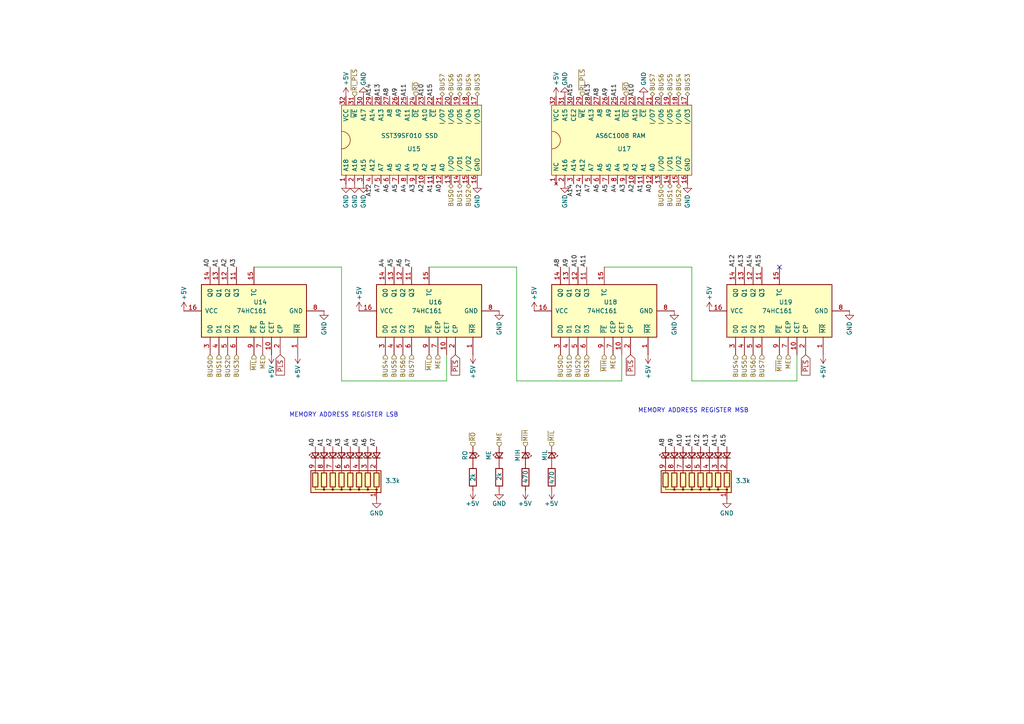
<source format=kicad_sch>
(kicad_sch (version 20250114) (generator "eeschema") (generator_version "9.0")
  (paper "A4")
  (title_block (title "RAM, ROM and MAR") (date "2025-12-30") (rev "3.3") (comment 2 "creativecommons.org/licenses/by-nc-sa/4.0/") (comment 3 "This work is licensed under CC BY-NC-SA 4.0") (comment 4 "Author: Carsten Herting (slu4)"))
  (lib_symbols
    (symbol "8-Bit CPU 32k:74HC161" (pin_names (offset 1.016))
      (property "Reference" "U" (at -7.62 16.51 0))
      (property "Value" "74HC161" (at -7.62 -16.51 0))
      (symbol "74HC161_1_0"
        (pin input line (at -12.7 12.7 0) (length 5.08) (name "D0") (number "3"))
        (pin input line (at -12.7 10.16 0) (length 5.08) (name "D1") (number "4"))
        (pin input line (at -12.7 7.62 0) (length 5.08) (name "D2") (number "5"))
        (pin input line (at -12.7 5.08 0) (length 5.08) (name "D3") (number "6"))
        (pin input line (at -12.7 0 0) (length 5.08) (name "~{PE}") (number "9"))
        (pin input line (at -12.7 -2.54 0) (length 5.08) (name "CEP") (number "7"))
        (pin input line (at -12.7 -5.08 0) (length 5.08) (name "CET") (number "10"))
        (pin input line (at -12.7 -7.62 0) (length 5.08) (name "CP") (number "2"))
        (pin input line (at -12.7 -12.7 0) (length 5.08) (name "~{MR}") (number "1"))
        (pin power_in line (at 0 20.32 270) (length 5.08) (name "VCC") (number "16"))
        (pin power_in line (at 0 -20.32 90) (length 5.08) (name "GND") (number "8"))
        (pin output line (at 12.7 12.7 180) (length 5.08) (name "Q0") (number "14"))
        (pin output line (at 12.7 10.16 180) (length 5.08) (name "Q1") (number "13"))
        (pin output line (at 12.7 7.62 180) (length 5.08) (name "Q2") (number "12"))
        (pin output line (at 12.7 5.08 180) (length 5.08) (name "Q3") (number "11"))
        (pin output line (at 12.7 0 180) (length 5.08) (name "TC") (number "15"))
      )
      (symbol "74HC161_1_1"
        (rectangle (start -7.62 15.24) (end 7.62 -15.24) (stroke (width 0.254)) (fill (type background)))
      )
    )
    (symbol "8-Bit CPU 32k:AS6C1008" (pin_names (offset 1.016))
      (property "Reference" "U" (at -1.27 2.54 90))
      (property "Value" "AS6C1008" (at 2.54 2.54 90))
      (symbol "AS6C1008_0_1"
        (rectangle (start -10.16 24.13) (end 10.16 -16.51) (fill (type background)))
        (arc (start 2.54 24.13) (mid 0 21.601) (end -2.54 24.13))
      )
      (symbol "AS6C1008_1_1"
        (pin no_connect line (at -12.7 22.86 0) (length 2.54) (name "NC") (number "1"))
        (pin input line (at -12.7 20.32 0) (length 2.54) (name "A16") (number "2"))
        (pin input line (at -12.7 17.78 0) (length 2.54) (name "A14") (number "3"))
        (pin input line (at -12.7 15.24 0) (length 2.54) (name "A12") (number "4"))
        (pin input line (at -12.7 12.7 0) (length 2.54) (name "A7") (number "5"))
        (pin input line (at -12.7 10.16 0) (length 2.54) (name "A6") (number "6"))
        (pin input line (at -12.7 7.62 0) (length 2.54) (name "A5") (number "7"))
        (pin input line (at -12.7 5.08 0) (length 2.54) (name "A4") (number "8"))
        (pin input line (at -12.7 2.54 0) (length 2.54) (name "A3") (number "9"))
        (pin input line (at -12.7 0 0) (length 2.54) (name "A2") (number "10"))
        (pin input line (at -12.7 -2.54 0) (length 2.54) (name "A1") (number "11"))
        (pin input line (at -12.7 -5.08 0) (length 2.54) (name "A0") (number "12"))
        (pin bidirectional line (at -12.7 -7.62 0) (length 2.54) (name "I/O0") (number "13"))
        (pin bidirectional line (at -12.7 -10.16 0) (length 2.54) (name "I/O1") (number "14"))
        (pin bidirectional line (at -12.7 -12.7 0) (length 2.54) (name "I/O2") (number "15"))
        (pin power_in line (at -12.7 -15.24 0) (length 2.54) (name "GND") (number "16"))
        (pin power_in line (at 12.7 22.86 180) (length 2.54) (name "VCC") (number "32"))
        (pin input line (at 12.7 20.32 180) (length 2.54) (name "A15") (number "31"))
        (pin input line (at 12.7 17.78 180) (length 2.54) (name "CE2") (number "30"))
        (pin input line (at 12.7 15.24 180) (length 2.54) (name "~{WE}") (number "29"))
        (pin input line (at 12.7 12.7 180) (length 2.54) (name "A13") (number "28"))
        (pin input line (at 12.7 10.16 180) (length 2.54) (name "A8") (number "27"))
        (pin input line (at 12.7 7.62 180) (length 2.54) (name "A9") (number "26"))
        (pin input line (at 12.7 5.08 180) (length 2.54) (name "A11") (number "25"))
        (pin input line (at 12.7 2.54 180) (length 2.54) (name "~{OE}") (number "24"))
        (pin input line (at 12.7 0 180) (length 2.54) (name "A10") (number "23"))
        (pin input line (at 12.7 -2.54 180) (length 2.54) (name "~{CE}") (number "22"))
        (pin bidirectional line (at 12.7 -5.08 180) (length 2.54) (name "I/O7") (number "21"))
        (pin bidirectional line (at 12.7 -7.62 180) (length 2.54) (name "I/O6") (number "20"))
        (pin bidirectional line (at 12.7 -10.16 180) (length 2.54) (name "I/O5") (number "19"))
        (pin bidirectional line (at 12.7 -12.7 180) (length 2.54) (name "I/O4") (number "18"))
        (pin bidirectional line (at 12.7 -15.24 180) (length 2.54) (name "I/O3") (number "17"))
      )
    )
    (symbol "8-Bit CPU 32k:SST39SF040A" (pin_names (offset 1.016))
      (property "Reference" "U" (at -1.27 2.54 90))
      (property "Value" "SST39SF040A" (at 2.54 2.54 90))
      (symbol "SST39SF040A_0_1"
        (rectangle (start -10.16 24.13) (end 10.16 -16.51) (fill (type background)))
        (arc (start 2.54 24.13) (mid 0 21.601) (end -2.54 24.13))
      )
      (symbol "SST39SF040A_1_1"
        (pin input line (at -12.7 22.86 0) (length 2.54) (name "A18") (number "1"))
        (pin input line (at -12.7 20.32 0) (length 2.54) (name "A16") (number "2"))
        (pin input line (at -12.7 17.78 0) (length 2.54) (name "A15") (number "3"))
        (pin input line (at -12.7 15.24 0) (length 2.54) (name "A12") (number "4"))
        (pin input line (at -12.7 12.7 0) (length 2.54) (name "A7") (number "5"))
        (pin input line (at -12.7 10.16 0) (length 2.54) (name "A6") (number "6"))
        (pin input line (at -12.7 7.62 0) (length 2.54) (name "A5") (number "7"))
        (pin input line (at -12.7 5.08 0) (length 2.54) (name "A4") (number "8"))
        (pin input line (at -12.7 2.54 0) (length 2.54) (name "A3") (number "9"))
        (pin input line (at -12.7 0 0) (length 2.54) (name "A2") (number "10"))
        (pin input line (at -12.7 -2.54 0) (length 2.54) (name "A1") (number "11"))
        (pin input line (at -12.7 -5.08 0) (length 2.54) (name "A0") (number "12"))
        (pin bidirectional line (at -12.7 -7.62 0) (length 2.54) (name "I/O0") (number "13"))
        (pin bidirectional line (at -12.7 -10.16 0) (length 2.54) (name "I/O1") (number "14"))
        (pin bidirectional line (at -12.7 -12.7 0) (length 2.54) (name "I/O2") (number "15"))
        (pin power_in line (at -12.7 -15.24 0) (length 2.54) (name "GND") (number "16"))
        (pin power_in line (at 12.7 22.86 180) (length 2.54) (name "VCC") (number "32"))
        (pin input line (at 12.7 20.32 180) (length 2.54) (name "~{WE}") (number "31"))
        (pin input line (at 12.7 17.78 180) (length 2.54) (name "A17") (number "30"))
        (pin input line (at 12.7 15.24 180) (length 2.54) (name "A14") (number "29"))
        (pin input line (at 12.7 12.7 180) (length 2.54) (name "A13") (number "28"))
        (pin input line (at 12.7 10.16 180) (length 2.54) (name "A8") (number "27"))
        (pin input line (at 12.7 7.62 180) (length 2.54) (name "A9") (number "26"))
        (pin input line (at 12.7 5.08 180) (length 2.54) (name "A11") (number "25"))
        (pin input line (at 12.7 2.54 180) (length 2.54) (name "~{OE}") (number "24"))
        (pin input line (at 12.7 0 180) (length 2.54) (name "A10") (number "23"))
        (pin input line (at 12.7 -2.54 180) (length 2.54) (name "~{CE}") (number "22"))
        (pin bidirectional line (at 12.7 -5.08 180) (length 2.54) (name "I/O7") (number "21"))
        (pin bidirectional line (at 12.7 -7.62 180) (length 2.54) (name "I/O6") (number "20"))
        (pin bidirectional line (at 12.7 -10.16 180) (length 2.54) (name "I/O5") (number "19"))
        (pin bidirectional line (at 12.7 -12.7 180) (length 2.54) (name "I/O4") (number "18"))
        (pin bidirectional line (at 12.7 -15.24 180) (length 2.54) (name "I/O3") (number "17"))
      )
    )
    (symbol "Device:LED_Small" (pin_numbers (hide yes)) (pin_names (offset 0.254) (hide yes))
      (property "Reference" "D" (at -1.27 3.175 0))
      (property "Value" "LED_Small" (at -4.445 -2.54 0))
      (symbol "LED_Small_0_1"
        (polyline (pts (xy -0.762 -1.016) (xy -0.762 1.016)) (stroke (width 0.254)))
        (polyline (pts (xy 0 0.762) (xy -0.508 1.27) (xy -0.254 1.27) (xy -0.508 1.27) (xy -0.508 1.016)))
        (polyline (pts (xy 0.508 1.27) (xy 0 1.778) (xy 0.254 1.778) (xy 0 1.778) (xy 0 1.524)))
        (polyline (pts (xy 0.762 -1.016) (xy -0.762 0) (xy 0.762 1.016) (xy 0.762 -1.016)) (stroke (width 0.254)))
        (polyline (pts (xy 1.016 0) (xy -0.762 0)))
      )
      (symbol "LED_Small_1_1"
        (pin passive line (at -2.54 0 0) (length 1.778) (name "K") (number "1"))
        (pin passive line (at 2.54 0 180) (length 1.778) (name "A") (number "2"))
      )
    )
    (symbol "Device:R" (pin_numbers (hide yes)) (pin_names (offset 0))
      (property "Reference" "R" (at 2.032 0 90))
      (property "Value" "R" (at 0 0 90))
      (symbol "R_0_1"
        (rectangle (start -1.016 -2.54) (end 1.016 2.54) (stroke (width 0.254)))
      )
      (symbol "R_1_1"
        (pin passive line (at 0 3.81 270) (length 1.27) (name "~") (number "1"))
        (pin passive line (at 0 -3.81 90) (length 1.27) (name "~") (number "2"))
      )
    )
    (symbol "Device:R_Network08" (pin_names (offset 0) (hide yes))
      (property "Reference" "RN" (at -12.7 0 90))
      (property "Value" "R_Network08" (at 10.16 0 90))
      (symbol "R_Network08_0_1"
        (rectangle (start -11.43 -3.175) (end 8.89 3.175) (stroke (width 0.254)) (fill (type background)))
        (rectangle (start -10.922 1.524) (end -9.398 -2.54) (stroke (width 0.254)))
        (circle (center -10.16 2.286) (radius 0.254) (fill (type outline)))
        (polyline (pts (xy -10.16 1.524) (xy -10.16 2.286) (xy -7.62 2.286) (xy -7.62 1.524)))
        (polyline (pts (xy -10.16 -2.54) (xy -10.16 -3.81)))
        (rectangle (start -8.382 1.524) (end -6.858 -2.54) (stroke (width 0.254)))
        (circle (center -7.62 2.286) (radius 0.254) (fill (type outline)))
        (polyline (pts (xy -7.62 1.524) (xy -7.62 2.286) (xy -5.08 2.286) (xy -5.08 1.524)))
        (polyline (pts (xy -7.62 -2.54) (xy -7.62 -3.81)))
        (rectangle (start -5.842 1.524) (end -4.318 -2.54) (stroke (width 0.254)))
        (circle (center -5.08 2.286) (radius 0.254) (fill (type outline)))
        (polyline (pts (xy -5.08 1.524) (xy -5.08 2.286) (xy -2.54 2.286) (xy -2.54 1.524)))
        (polyline (pts (xy -5.08 -2.54) (xy -5.08 -3.81)))
        (rectangle (start -3.302 1.524) (end -1.778 -2.54) (stroke (width 0.254)))
        (circle (center -2.54 2.286) (radius 0.254) (fill (type outline)))
        (polyline (pts (xy -2.54 1.524) (xy -2.54 2.286) (xy 0 2.286) (xy 0 1.524)))
        (polyline (pts (xy -2.54 -2.54) (xy -2.54 -3.81)))
        (rectangle (start -0.762 1.524) (end 0.762 -2.54) (stroke (width 0.254)))
        (circle (center 0 2.286) (radius 0.254) (fill (type outline)))
        (polyline (pts (xy 0 1.524) (xy 0 2.286) (xy 2.54 2.286) (xy 2.54 1.524)))
        (polyline (pts (xy 0 -2.54) (xy 0 -3.81)))
        (rectangle (start 1.778 1.524) (end 3.302 -2.54) (stroke (width 0.254)))
        (circle (center 2.54 2.286) (radius 0.254) (fill (type outline)))
        (polyline (pts (xy 2.54 1.524) (xy 2.54 2.286) (xy 5.08 2.286) (xy 5.08 1.524)))
        (polyline (pts (xy 2.54 -2.54) (xy 2.54 -3.81)))
        (rectangle (start 4.318 1.524) (end 5.842 -2.54) (stroke (width 0.254)))
        (circle (center 5.08 2.286) (radius 0.254) (fill (type outline)))
        (polyline (pts (xy 5.08 1.524) (xy 5.08 2.286) (xy 7.62 2.286) (xy 7.62 1.524)))
        (polyline (pts (xy 5.08 -2.54) (xy 5.08 -3.81)))
        (rectangle (start 6.858 1.524) (end 8.382 -2.54) (stroke (width 0.254)))
        (polyline (pts (xy 7.62 -2.54) (xy 7.62 -3.81)))
      )
      (symbol "R_Network08_1_1"
        (pin passive line (at -10.16 5.08 270) (length 2.54) (name "common") (number "1"))
        (pin passive line (at -10.16 -5.08 90) (length 1.27) (name "R1") (number "2"))
        (pin passive line (at -7.62 -5.08 90) (length 1.27) (name "R2") (number "3"))
        (pin passive line (at -5.08 -5.08 90) (length 1.27) (name "R3") (number "4"))
        (pin passive line (at -2.54 -5.08 90) (length 1.27) (name "R4") (number "5"))
        (pin passive line (at 0 -5.08 90) (length 1.27) (name "R5") (number "6"))
        (pin passive line (at 2.54 -5.08 90) (length 1.27) (name "R6") (number "7"))
        (pin passive line (at 5.08 -5.08 90) (length 1.27) (name "R7") (number "8"))
        (pin passive line (at 7.62 -5.08 90) (length 1.27) (name "R8") (number "9"))
      )
    )
    (symbol "power:+5V" (power) (pin_numbers (hide yes)) (pin_names (offset 0) (hide yes))
      (property "Value" "+5V" (at 0 3.556 0))
      (symbol "+5V_0_1"
        (polyline (pts (xy -0.762 1.27) (xy 0 2.54)))
        (polyline (pts (xy 0 2.54) (xy 0.762 1.27)))
        (polyline (pts (xy 0 0) (xy 0 2.54)))
      )
      (symbol "+5V_1_1"
        (pin power_in line (at 0 0 90) (length 0) (name "~") (number "1"))
      )
    )
    (symbol "power:GND" (power) (pin_numbers (hide yes)) (pin_names (offset 0) (hide yes))
      (property "Value" "GND" (at 0 -3.81 0))
      (symbol "GND_0_1"
        (polyline (pts (xy 0 0) (xy 0 -1.27) (xy 1.27 -1.27) (xy 0 -2.54) (xy -1.27 -1.27) (xy 0 -1.27)))
      )
      (symbol "GND_1_1"
        (pin power_in line (at 0 0 270) (length 0) (name "~") (number "1"))
      )
    )
  )
  (text "MEMORY ADDRESS REGISTER LSB" (at 115.57 121.158 0) (effects (font (size 1.27 1.27)) (justify right bottom)))
  (text "MEMORY ADDRESS REGISTER MSB" (at 217.17 119.888 0) (effects (font (size 1.27 1.27)) (justify right bottom)))
  (no_connect (at 226.06 77.47))
  (wire (pts (xy 73.66 77.47) (xy 99.06 77.47)))
  (wire (pts (xy 180.34 110.49) (xy 180.34 102.87)))
  (wire (pts (xy 149.86 110.49) (xy 149.86 77.47)))
  (wire (pts (xy 99.06 110.49) (xy 129.54 110.49)))
  (wire (pts (xy 175.26 77.47) (xy 200.66 77.47)))
  (wire (pts (xy 99.06 77.47) (xy 99.06 110.49)))
  (wire (pts (xy 129.54 110.49) (xy 129.54 102.87)))
  (wire (pts (xy 124.46 77.47) (xy 149.86 77.47)))
  (wire (pts (xy 231.14 110.49) (xy 231.14 102.87)))
  (wire (pts (xy 200.66 77.47) (xy 200.66 110.49)))
  (wire (pts (xy 149.86 110.49) (xy 180.34 110.49)))
  (wire (pts (xy 200.66 110.49) (xy 231.14 110.49)))
  (label "A4" (at 179.07 53.34 270))
  (label "A7" (at 109.22 129.54 90))
  (label "A11" (at 200.66 129.54 90))
  (label "A1" (at 186.69 53.34 270))
  (label "A9" (at 195.58 129.54 90))
  (label "A3" (at 99.06 129.54 90))
  (label "A15" (at 166.37 27.94 90))
  (label "A0" (at 60.96 77.47 90))
  (label "A14" (at 166.37 53.34 270))
  (label "A6" (at 106.68 129.54 90))
  (label "A3" (at 68.58 77.47 90))
  (label "A10" (at 184.15 27.94 90))
  (label "A14" (at 107.95 27.94 90))
  (label "A0" (at 91.44 129.54 90))
  (label "A3" (at 181.61 53.34 270))
  (label "A13" (at 171.45 27.94 90))
  (label "A13" (at 215.9 77.47 90))
  (label "A11" (at 179.07 27.94 90))
  (label "A1" (at 125.73 53.34 270))
  (label "A12" (at 213.36 77.47 90))
  (label "A5" (at 115.57 53.34 270))
  (label "A8" (at 162.56 77.47 90))
  (label "A6" (at 116.84 77.47 90))
  (label "A8" (at 193.04 129.54 90))
  (label "A11" (at 118.11 27.94 90))
  (label "A14" (at 208.28 129.54 90))
  (label "A15" (at 210.82 129.54 90))
  (label "A13" (at 205.74 129.54 90))
  (label "A4" (at 111.76 77.47 90))
  (label "A13" (at 110.49 27.94 90))
  (label "A8" (at 113.03 27.94 90))
  (label "A0" (at 128.27 53.34 270))
  (label "A15" (at 220.98 77.47 90))
  (label "A12" (at 168.91 53.34 270))
  (label "A5" (at 176.53 53.34 270))
  (label "A7" (at 110.49 53.34 270))
  (label "A8" (at 173.99 27.94 90))
  (label "A2" (at 123.19 53.34 270))
  (label "A0" (at 189.23 53.34 270))
  (label "A9" (at 165.1 77.47 90))
  (label "A2" (at 184.15 53.34 270))
  (label "A2" (at 66.04 77.47 90))
  (label "A12" (at 107.95 53.34 270))
  (label "A14" (at 218.44 77.47 90))
  (label "A10" (at 123.19 27.94 90))
  (label "A9" (at 176.53 27.94 90))
  (label "A1" (at 63.5 77.47 90))
  (label "A7" (at 171.45 53.34 270))
  (label "A3" (at 120.65 53.34 270))
  (label "A11" (at 170.18 77.47 90))
  (label "A2" (at 96.52 129.54 90))
  (label "A6" (at 173.99 53.34 270))
  (label "A9" (at 115.57 27.94 90))
  (label "A4" (at 101.6 129.54 90))
  (label "A4" (at 118.11 53.34 270))
  (label "A15" (at 125.73 27.94 90))
  (label "A10" (at 167.64 77.47 90))
  (label "A6" (at 113.03 53.34 270))
  (label "A5" (at 114.3 77.47 90))
  (label "A5" (at 104.14 129.54 90))
  (label "A10" (at 198.12 129.54 90))
  (label "A7" (at 119.38 77.47 90))
  (label "A12" (at 203.2 129.54 90))
  (label "A1" (at 93.98 129.54 90))
  (global_label "~{PLS}" (shape input) (at 81.28 102.87 270) (property "Intersheetrefs" "${INTERSHEET_REFS}" (effects (hide yes))))
  (global_label "~{PLS}" (shape input) (at 132.08 102.87 270) (property "Intersheetrefs" "${INTERSHEET_REFS}" (effects (hide yes))))
  (global_label "~{PLS}" (shape input) (at 233.68 102.87 270) (property "Intersheetrefs" "${INTERSHEET_REFS}" (effects (hide yes))))
  (global_label "~{PLS}" (shape input) (at 182.88 102.87 270) (property "Intersheetrefs" "${INTERSHEET_REFS}" (effects (hide yes))))
  (hierarchical_label "BUS7" (shape input) (at 119.38 102.87 270))
  (hierarchical_label "BUS4" (shape input) (at 213.36 102.87 270))
  (hierarchical_label "BUS5" (shape bidirectional) (at 194.31 27.94 90))
  (hierarchical_label "ME" (shape input) (at 76.2 102.87 270))
  (hierarchical_label "BUS3" (shape input) (at 68.58 102.87 270))
  (hierarchical_label "BUS6" (shape input) (at 218.44 102.87 270))
  (hierarchical_label "BUS7" (shape bidirectional) (at 189.23 27.94 90))
  (hierarchical_label "BUS3" (shape bidirectional) (at 199.39 27.94 90))
  (hierarchical_label "BUS5" (shape input) (at 114.3 102.87 270))
  (hierarchical_label "BUS1" (shape input) (at 165.1 102.87 270))
  (hierarchical_label "BUS4" (shape bidirectional) (at 196.85 27.94 90))
  (hierarchical_label "BUS5" (shape bidirectional) (at 133.35 27.94 90))
  (hierarchical_label "ME" (shape input) (at 144.78 129.54 90))
  (hierarchical_label "BUS6" (shape bidirectional) (at 191.77 27.94 90))
  (hierarchical_label "BUS4" (shape input) (at 111.76 102.87 270))
  (hierarchical_label "ME" (shape input) (at 127 102.87 270))
  (hierarchical_label "BUS3" (shape bidirectional) (at 138.43 27.94 90))
  (hierarchical_label "~{MIH}" (shape input) (at 175.26 102.87 270))
  (hierarchical_label "~{MIL}" (shape input) (at 160.02 129.54 90))
  (hierarchical_label "ME" (shape input) (at 228.6 102.87 270))
  (hierarchical_label "BUS0" (shape input) (at 60.96 102.87 270))
  (hierarchical_label "~{RI_PLS}" (shape input) (at 168.91 27.94 90))
  (hierarchical_label "BUS4" (shape bidirectional) (at 135.89 27.94 90))
  (hierarchical_label "BUS2" (shape bidirectional) (at 196.85 53.34 270))
  (hierarchical_label "~{RO}" (shape input) (at 137.16 129.54 90))
  (hierarchical_label "BUS2" (shape input) (at 66.04 102.87 270))
  (hierarchical_label "BUS2" (shape bidirectional) (at 135.89 53.34 270))
  (hierarchical_label "BUS0" (shape bidirectional) (at 130.81 53.34 270))
  (hierarchical_label "~{MIH}" (shape input) (at 152.4 129.54 90))
  (hierarchical_label "BUS7" (shape bidirectional) (at 128.27 27.94 90))
  (hierarchical_label "BUS6" (shape bidirectional) (at 130.81 27.94 90))
  (hierarchical_label "BUS0" (shape bidirectional) (at 191.77 53.34 270))
  (hierarchical_label "~{MIH}" (shape input) (at 226.06 102.87 270))
  (hierarchical_label "BUS1" (shape input) (at 63.5 102.87 270))
  (hierarchical_label "~{RI_PLS}" (shape input) (at 102.87 27.94 90))
  (hierarchical_label "BUS3" (shape input) (at 170.18 102.87 270))
  (hierarchical_label "BUS7" (shape input) (at 220.98 102.87 270))
  (hierarchical_label "BUS1" (shape bidirectional) (at 133.35 53.34 270))
  (hierarchical_label "~{MIL}" (shape input) (at 124.46 102.87 270))
  (hierarchical_label "BUS6" (shape input) (at 116.84 102.87 270))
  (hierarchical_label "BUS2" (shape input) (at 167.64 102.87 270))
  (hierarchical_label "BUS5" (shape input) (at 215.9 102.87 270))
  (hierarchical_label "~{RO}" (shape input) (at 120.65 27.94 90))
  (hierarchical_label "BUS0" (shape input) (at 162.56 102.87 270))
  (hierarchical_label "~{MIL}" (shape input) (at 73.66 102.87 270))
  (hierarchical_label "~{RO}" (shape input) (at 181.61 27.94 90))
  (hierarchical_label "ME" (shape input) (at 177.8 102.87 270))
  (hierarchical_label "BUS1" (shape bidirectional) (at 194.31 53.34 270))
  (symbol (lib_id "power:GND") (at 199.39 53.34 0) (unit 1)
    (property "Reference" "#PWR092" (effects (hide yes)))
    (property "Value" "GND" (at 199.39 58.42 90))
    (property "Description" "Power symbol creates a global label with name \"GND\" , ground" (effects (hide yes)))
  )
  (symbol (lib_id "power:+5V") (at 161.29 27.94 0) (unit 1)
    (property "Reference" "#PWR085" (effects (hide yes)))
    (property "Value" "+5V" (at 161.29 22.86 90))
    (property "Description" "Power symbol creates a global label with name \"+5V\"" (effects (hide yes)))
  )
  (symbol (lib_id "Device:LED_Small") (at 144.78 132.08 90) (unit 1)
    (property "Reference" "D88" (effects (hide yes)))
    (property "Value" "ME" (at 141.732 132.08 0))
    (property "Footprint" "LED_THT:LED_D5.0mm" (effects (hide yes)))
    (property "Description" "LED WHITE, 2500mcd, 60°" (effects (hide yes)))
    (property "Sim.Pin" "1=K 2=A" (effects (hide yes)))
  )
  (symbol (lib_id "power:+5V") (at 205.74 90.17 0) (mirror y) (unit 1)
    (property "Reference" "#PWR095" (effects (hide yes)))
    (property "Value" "+5V" (at 205.74 85.09 90))
    (property "Description" "Power symbol creates a global label with name \"+5V\"" (effects (hide yes)))
  )
  (symbol (lib_id "power:GND") (at 195.58 90.17 0) (mirror y) (unit 1)
    (property "Reference" "#PWR094" (effects (hide yes)))
    (property "Value" "GND" (at 195.58 95.25 90))
    (property "Description" "Power symbol creates a global label with name \"GND\" , ground" (effects (hide yes)))
  )
  (symbol (lib_id "Device:LED_Small") (at 101.6 132.08 90) (unit 1)
    (property "Reference" "D11" (effects (hide yes)))
    (property "Value" "LED_Small" (effects (hide yes)))
    (property "Footprint" "LED_THT:LED_D5.0mm" (effects (hide yes)))
    (property "Description" "LED GREEN, 2000mcd, 60°" (effects (hide yes)))
    (property "Sim.Pin" "1=K 2=A" (effects (hide yes)))
  )
  (symbol (lib_id "power:+5V") (at 238.76 102.87 0) (mirror x) (unit 1)
    (property "Reference" "#PWR096" (effects (hide yes)))
    (property "Value" "+5V" (at 238.76 107.95 90))
    (property "Description" "Power symbol creates a global label with name \"+5V\"" (effects (hide yes)))
  )
  (symbol (lib_id "Device:LED_Small") (at 195.58 132.08 90) (unit 1)
    (property "Reference" "D13" (effects (hide yes)))
    (property "Value" "LED_Small" (effects (hide yes)))
    (property "Footprint" "LED_THT:LED_D5.0mm" (effects (hide yes)))
    (property "Description" "LED GREEN, 2000mcd, 60°" (effects (hide yes)))
    (property "Sim.Pin" "1=K 2=A" (effects (hide yes)))
  )
  (symbol (lib_id "8-Bit CPU 32k:74HC161") (at 124.46 90.17 90) (unit 1)
    (property "Reference" "U16" (at 128.27 87.63 90) (effects (justify left)))
    (property "Value" "74HC161" (at 128.27 90.17 90) (effects (justify left)))
    (property "Footprint" "Package_DIP:DIP-16_W7.62mm" (effects (hide yes)))
    (property "Datasheet" "http://www.ti.com/lit/gpn/sn74LS161" (effects (hide yes)))
    (property "Description" "Synchronous 4-bit programmable binary Counter" (effects (hide yes)))
  )
  (symbol (lib_id "power:+5V") (at 86.36 102.87 0) (mirror x) (unit 1)
    (property "Reference" "#PWR081" (effects (hide yes)))
    (property "Value" "+5V" (at 86.36 107.95 90))
    (property "Description" "Power symbol creates a global label with name \"+5V\"" (effects (hide yes)))
  )
  (symbol (lib_id "power:+5V") (at 53.34 90.17 0) (mirror y) (unit 1)
    (property "Reference" "#PWR078" (effects (hide yes)))
    (property "Value" "+5V" (at 53.34 85.09 90))
    (property "Description" "Power symbol creates a global label with name \"+5V\"" (effects (hide yes)))
  )
  (symbol (lib_id "8-Bit CPU 32k:74HC161") (at 175.26 90.17 90) (unit 1)
    (property "Reference" "U18" (at 179.07 87.63 90) (effects (justify left)))
    (property "Value" "74HC161" (at 179.07 90.17 90) (effects (justify left)))
    (property "Footprint" "Package_DIP:DIP-16_W7.62mm" (effects (hide yes)))
    (property "Datasheet" "http://www.ti.com/lit/gpn/sn74LS161" (effects (hide yes)))
    (property "Description" "Synchronous 4-bit programmable binary Counter" (effects (hide yes)))
  )
  (symbol (lib_id "Device:LED_Small") (at 137.16 132.08 270) (unit 1)
    (property "Reference" "D99" (effects (hide yes)))
    (property "Value" "RO" (at 134.874 132.08 0))
    (property "Footprint" "LED_THT:LED_D5.0mm" (effects (hide yes)))
    (property "Description" "LED RED, 1300mcd, 60°" (effects (hide yes)))
    (property "Sim.Pin" "1=K 2=A" (effects (hide yes)))
  )
  (symbol (lib_id "Device:LED_Small") (at 208.28 132.08 90) (unit 1)
    (property "Reference" "D18" (effects (hide yes)))
    (property "Value" "LED_Small" (effects (hide yes)))
    (property "Footprint" "LED_THT:LED_D5.0mm" (effects (hide yes)))
    (property "Description" "LED GREEN, 2000mcd, 60°" (effects (hide yes)))
    (property "Sim.Pin" "1=K 2=A" (effects (hide yes)))
  )
  (symbol (lib_id "power:GND") (at 163.83 27.94 180) (unit 1)
    (property "Reference" "#PWR086" (effects (hide yes)))
    (property "Value" "GND" (at 163.83 22.86 90))
    (property "Description" "Power symbol creates a global label with name \"GND\" , ground" (effects (hide yes)))
  )
  (symbol (lib_id "power:GND") (at 144.78 142.24 0) (mirror y) (unit 1)
    (property "Reference" "#PWR0179" (effects (hide yes)))
    (property "Value" "GND" (at 144.78 146.05 0))
    (property "Description" "Power symbol creates a global label with name \"GND\" , ground" (effects (hide yes)))
  )
  (symbol (lib_id "power:+5V") (at 187.96 102.87 0) (mirror x) (unit 1)
    (property "Reference" "#PWR093" (effects (hide yes)))
    (property "Value" "+5V" (at 187.96 107.95 90))
    (property "Description" "Power symbol creates a global label with name \"+5V\"" (effects (hide yes)))
  )
  (symbol (lib_id "power:+5V") (at 160.02 142.24 180) (unit 1)
    (property "Reference" "#PWR0176" (effects (hide yes)))
    (property "Value" "+5V" (at 161.925 146.05 0) (effects (justify left)))
    (property "Description" "Power symbol creates a global label with name \"+5V\"" (effects (hide yes)))
  )
  (symbol (lib_id "Device:LED_Small") (at 152.4 132.08 270) (unit 1)
    (property "Reference" "D86" (effects (hide yes)))
    (property "Value" "MIH" (at 150.114 132.08 0))
    (property "Footprint" "LED_THT:LED_D5.0mm" (effects (hide yes)))
    (property "Description" "LED YELLOW, 1300mcd, 60°" (effects (hide yes)))
    (property "Sim.Pin" "1=K 2=A" (effects (hide yes)))
  )
  (symbol (lib_id "Device:LED_Small") (at 205.74 132.08 90) (unit 1)
    (property "Reference" "D17" (effects (hide yes)))
    (property "Value" "LED_Small" (effects (hide yes)))
    (property "Footprint" "LED_THT:LED_D5.0mm" (effects (hide yes)))
    (property "Description" "LED GREEN, 2000mcd, 60°" (effects (hide yes)))
    (property "Sim.Pin" "1=K 2=A" (effects (hide yes)))
  )
  (symbol (lib_id "power:GND") (at 105.41 53.34 0) (unit 1)
    (property "Reference" "#PWR0138" (effects (hide yes)))
    (property "Value" "GND" (at 105.41 58.42 90))
    (property "Description" "Power symbol creates a global label with name \"GND\" , ground" (effects (hide yes)))
  )
  (symbol (lib_id "power:+5V") (at 154.94 90.17 0) (mirror y) (unit 1)
    (property "Reference" "#PWR091" (effects (hide yes)))
    (property "Value" "+5V" (at 154.94 85.09 90))
    (property "Description" "Power symbol creates a global label with name \"+5V\"" (effects (hide yes)))
  )
  (symbol (lib_id "power:GND") (at 138.43 53.34 0) (unit 1)
    (property "Reference" "#PWR084" (effects (hide yes)))
    (property "Value" "GND" (at 138.43 58.42 90))
    (property "Description" "Power symbol creates a global label with name \"GND\" , ground" (effects (hide yes)))
  )
  (symbol (lib_id "Device:LED_Small") (at 99.06 132.08 90) (unit 1)
    (property "Reference" "D4" (effects (hide yes)))
    (property "Value" "LED_Small" (effects (hide yes)))
    (property "Footprint" "LED_THT:LED_D5.0mm" (effects (hide yes)))
    (property "Description" "LED GREEN, 2000mcd, 60°" (effects (hide yes)))
    (property "Sim.Pin" "1=K 2=A" (effects (hide yes)))
  )
  (symbol (lib_id "power:GND") (at 102.87 53.34 0) (unit 1)
    (property "Reference" "#PWR076" (effects (hide yes)))
    (property "Value" "GND" (at 102.87 58.42 90))
    (property "Description" "Power symbol creates a global label with name \"GND\" , ground" (effects (hide yes)))
  )
  (symbol (lib_id "power:+5V") (at 100.33 27.94 0) (unit 1)
    (property "Reference" "#PWR080" (effects (hide yes)))
    (property "Value" "+5V" (at 100.33 22.86 90))
    (property "Description" "Power symbol creates a global label with name \"+5V\"" (effects (hide yes)))
  )
  (symbol (lib_id "8-Bit CPU 32k:74HC161") (at 226.06 90.17 90) (unit 1)
    (property "Reference" "U19" (at 229.87 87.63 90) (effects (justify left)))
    (property "Value" "74HC161" (at 229.87 90.17 90) (effects (justify left)))
    (property "Footprint" "Package_DIP:DIP-16_W7.62mm" (effects (hide yes)))
    (property "Datasheet" "http://www.ti.com/lit/gpn/sn74LS161" (effects (hide yes)))
    (property "Description" "Synchronous 4-bit programmable binary Counter" (effects (hide yes)))
  )
  (symbol (lib_id "8-Bit CPU 32k:AS6C1008") (at 184.15 40.64 90) (unit 1)
    (property "Reference" "U17" (at 179.07 43.18 90) (effects (justify right)))
    (property "Value" "AS6C1008 RAM" (at 172.72 39.37 90) (effects (justify right)))
    (property "Footprint" "Package_DIP:DIP-32_W15.24mm" (effects (hide yes)))
  )
  (symbol (lib_id "Device:LED_Small") (at 160.02 132.08 270) (unit 1)
    (property "Reference" "D85" (effects (hide yes)))
    (property "Value" "MIL" (at 157.988 132.08 0))
    (property "Footprint" "LED_THT:LED_D5.0mm" (effects (hide yes)))
    (property "Description" "LED YELLOW, 1300mcd, 60°" (effects (hide yes)))
    (property "Sim.Pin" "1=K 2=A" (effects (hide yes)))
  )
  (symbol (lib_id "power:GND") (at 163.83 53.34 0) (unit 1)
    (property "Reference" "#PWR087" (effects (hide yes)))
    (property "Value" "GND" (at 163.83 58.42 90))
    (property "Description" "Power symbol creates a global label with name \"GND\" , ground" (effects (hide yes)))
  )
  (symbol (lib_id "power:GND") (at 210.82 144.78 0) (mirror y) (unit 1)
    (property "Reference" "#PWR0156" (effects (hide yes)))
    (property "Value" "GND" (at 210.82 148.844 0))
    (property "Description" "Power symbol creates a global label with name \"GND\" , ground" (effects (hide yes)))
  )
  (symbol (lib_id "power:GND") (at 186.69 27.94 180) (unit 1)
    (property "Reference" "#PWR05" (effects (hide yes)))
    (property "Value" "GND" (at 186.69 22.86 90))
    (property "Description" "Power symbol creates a global label with name \"GND\" , ground" (effects (hide yes)))
  )
  (symbol (lib_id "Device:LED_Small") (at 106.68 132.08 90) (unit 1)
    (property "Reference" "D9" (effects (hide yes)))
    (property "Value" "LED_Small" (effects (hide yes)))
    (property "Footprint" "LED_THT:LED_D5.0mm" (effects (hide yes)))
    (property "Description" "LED GREEN, 2000mcd, 60°" (effects (hide yes)))
    (property "Sim.Pin" "1=K 2=A" (effects (hide yes)))
  )
  (symbol (lib_id "Device:LED_Small") (at 93.98 132.08 90) (unit 1)
    (property "Reference" "D6" (effects (hide yes)))
    (property "Value" "LED_Small" (effects (hide yes)))
    (property "Footprint" "LED_THT:LED_D5.0mm" (effects (hide yes)))
    (property "Description" "LED GREEN, 2000mcd, 60°" (effects (hide yes)))
    (property "Sim.Pin" "1=K 2=A" (effects (hide yes)))
  )
  (symbol (lib_id "8-Bit CPU 32k:74HC161") (at 73.66 90.17 90) (unit 1)
    (property "Reference" "U14" (at 77.47 87.63 90) (effects (justify left)))
    (property "Value" "74HC161" (at 77.47 90.17 90) (effects (justify left)))
    (property "Footprint" "Package_DIP:DIP-16_W7.62mm" (effects (hide yes)))
    (property "Datasheet" "http://www.ti.com/lit/gpn/sn74LS161" (effects (hide yes)))
    (property "Description" "Synchronous 4-bit programmable binary Counter" (effects (hide yes)))
  )
  (symbol (lib_id "Device:R") (at 144.78 138.43 0) (mirror y) (unit 1)
    (property "Reference" "R21" (effects (hide yes)))
    (property "Value" "2k" (at 144.78 139.446 90) (effects (justify left)))
    (property "Footprint" "Resistor_THT:R_Axial_DIN0207_L6.3mm_D2.5mm_P7.62mm_Horizontal" (effects (hide yes)))
    (property "Description" "Resistor" (effects (hide yes)))
  )
  (symbol (lib_id "Device:LED_Small") (at 200.66 132.08 90) (unit 1)
    (property "Reference" "D15" (effects (hide yes)))
    (property "Value" "LED_Small" (effects (hide yes)))
    (property "Footprint" "LED_THT:LED_D5.0mm" (effects (hide yes)))
    (property "Description" "LED GREEN, 2000mcd, 60°" (effects (hide yes)))
    (property "Sim.Pin" "1=K 2=A" (effects (hide yes)))
  )
  (symbol (lib_id "Device:LED_Small") (at 210.82 132.08 90) (unit 1)
    (property "Reference" "D19" (effects (hide yes)))
    (property "Value" "LED_Small" (effects (hide yes)))
    (property "Footprint" "LED_THT:LED_D5.0mm" (effects (hide yes)))
    (property "Description" "LED GREEN, 2000mcd, 60°" (effects (hide yes)))
    (property "Sim.Pin" "1=K 2=A" (effects (hide yes)))
  )
  (symbol (lib_id "Device:R") (at 160.02 138.43 0) (mirror y) (unit 1)
    (property "Reference" "R18" (effects (hide yes)))
    (property "Value" "470" (at 160.02 140.462 90) (effects (justify left)))
    (property "Footprint" "Resistor_THT:R_Axial_DIN0207_L6.3mm_D2.5mm_P7.62mm_Horizontal" (effects (hide yes)))
    (property "Description" "Resistor" (effects (hide yes)))
  )
  (symbol (lib_id "Device:LED_Small") (at 193.04 132.08 90) (unit 1)
    (property "Reference" "D12" (effects (hide yes)))
    (property "Value" "LED_Small" (effects (hide yes)))
    (property "Footprint" "LED_THT:LED_D5.0mm" (effects (hide yes)))
    (property "Description" "LED GREEN, 2000mcd, 60°" (effects (hide yes)))
    (property "Sim.Pin" "1=K 2=A" (effects (hide yes)))
  )
  (symbol (lib_id "Device:LED_Small") (at 198.12 132.08 90) (unit 1)
    (property "Reference" "D14" (effects (hide yes)))
    (property "Value" "LED_Small" (effects (hide yes)))
    (property "Footprint" "LED_THT:LED_D5.0mm" (effects (hide yes)))
    (property "Description" "LED GREEN, 2000mcd, 60°" (effects (hide yes)))
    (property "Sim.Pin" "1=K 2=A" (effects (hide yes)))
  )
  (symbol (lib_id "Device:R_Network08") (at 200.66 139.7 180) (unit 1)
    (property "Reference" "RN3" (effects (hide yes)))
    (property "Value" "3.3k" (at 213.36 139.4459 0) (effects (justify right)))
    (property "Footprint" "Resistor_THT:R_Array_SIP9" (effects (hide yes)))
    (property "Datasheet" "http://www.vishay.com/docs/31509/csc.pdf" (effects (hide yes)))
    (property "Description" "8 resistor network, star topology, bussed resistors, small symbol" (effects (hide yes)))
  )
  (symbol (lib_id "power:+5V") (at 137.16 102.87 0) (mirror x) (unit 1)
    (property "Reference" "#PWR088" (effects (hide yes)))
    (property "Value" "+5V" (at 137.16 107.95 90))
    (property "Description" "Power symbol creates a global label with name \"+5V\"" (effects (hide yes)))
  )
  (symbol (lib_id "Device:R") (at 137.16 138.43 0) (mirror y) (unit 1)
    (property "Reference" "R32" (effects (hide yes)))
    (property "Value" "2k" (at 137.16 139.7 90) (effects (justify left)))
    (property "Footprint" "Resistor_THT:R_Axial_DIN0207_L6.3mm_D2.5mm_P7.62mm_Horizontal" (effects (hide yes)))
    (property "Description" "Resistor" (effects (hide yes)))
  )
  (symbol (lib_id "power:+5V") (at 78.74 102.87 0) (mirror x) (unit 1)
    (property "Reference" "#PWR079" (effects (hide yes)))
    (property "Value" "+5V" (at 78.74 107.95 90))
    (property "Description" "Power symbol creates a global label with name \"+5V\"" (effects (hide yes)))
  )
  (symbol (lib_id "power:GND") (at 109.22 144.78 0) (mirror y) (unit 1)
    (property "Reference" "#PWR0155" (effects (hide yes)))
    (property "Value" "GND" (at 109.22 148.844 0))
    (property "Description" "Power symbol creates a global label with name \"GND\" , ground" (effects (hide yes)))
  )
  (symbol (lib_id "Device:LED_Small") (at 104.14 132.08 90) (unit 1)
    (property "Reference" "D10" (effects (hide yes)))
    (property "Value" "LED_Small" (effects (hide yes)))
    (property "Footprint" "LED_THT:LED_D5.0mm" (effects (hide yes)))
    (property "Description" "LED GREEN, 2000mcd, 60°" (effects (hide yes)))
    (property "Sim.Pin" "1=K 2=A" (effects (hide yes)))
  )
  (symbol (lib_id "power:GND") (at 100.33 53.34 0) (unit 1)
    (property "Reference" "#PWR075" (effects (hide yes)))
    (property "Value" "GND" (at 100.33 58.42 90))
    (property "Description" "Power symbol creates a global label with name \"GND\" , ground" (effects (hide yes)))
  )
  (symbol (lib_id "power:+5V") (at 137.16 142.24 180) (unit 1)
    (property "Reference" "#PWR0190" (effects (hide yes)))
    (property "Value" "+5V" (at 139.065 146.05 0) (effects (justify left)))
    (property "Description" "Power symbol creates a global label with name \"+5V\"" (effects (hide yes)))
  )
  (symbol (lib_id "Device:LED_Small") (at 91.44 132.08 90) (unit 1)
    (property "Reference" "D7" (effects (hide yes)))
    (property "Value" "LED_Small" (effects (hide yes)))
    (property "Footprint" "LED_THT:LED_D5.0mm" (effects (hide yes)))
    (property "Description" "LED GREEN, 2000mcd, 60°" (effects (hide yes)))
    (property "Sim.Pin" "1=K 2=A" (effects (hide yes)))
  )
  (symbol (lib_id "Device:LED_Small") (at 96.52 132.08 90) (unit 1)
    (property "Reference" "D5" (effects (hide yes)))
    (property "Value" "LED_Small" (effects (hide yes)))
    (property "Footprint" "LED_THT:LED_D5.0mm" (effects (hide yes)))
    (property "Description" "LED GREEN, 2000mcd, 60°" (effects (hide yes)))
    (property "Sim.Pin" "1=K 2=A" (effects (hide yes)))
  )
  (symbol (lib_id "power:GND") (at 105.41 27.94 180) (unit 1)
    (property "Reference" "#PWR077" (effects (hide yes)))
    (property "Value" "GND" (at 105.41 22.86 90))
    (property "Description" "Power symbol creates a global label with name \"GND\" , ground" (effects (hide yes)))
  )
  (symbol (lib_id "power:GND") (at 246.38 90.17 0) (mirror y) (unit 1)
    (property "Reference" "#PWR097" (effects (hide yes)))
    (property "Value" "GND" (at 246.38 95.25 90))
    (property "Description" "Power symbol creates a global label with name \"GND\" , ground" (effects (hide yes)))
  )
  (symbol (lib_id "power:GND") (at 93.98 90.17 0) (mirror y) (unit 1)
    (property "Reference" "#PWR082" (effects (hide yes)))
    (property "Value" "GND" (at 93.98 95.25 90))
    (property "Description" "Power symbol creates a global label with name \"GND\" , ground" (effects (hide yes)))
  )
  (symbol (lib_id "power:+5V") (at 104.14 90.17 0) (mirror y) (unit 1)
    (property "Reference" "#PWR083" (effects (hide yes)))
    (property "Value" "+5V" (at 104.14 85.09 90))
    (property "Description" "Power symbol creates a global label with name \"+5V\"" (effects (hide yes)))
  )
  (symbol (lib_id "Device:LED_Small") (at 203.2 132.08 90) (unit 1)
    (property "Reference" "D16" (effects (hide yes)))
    (property "Value" "LED_Small" (effects (hide yes)))
    (property "Footprint" "LED_THT:LED_D5.0mm" (effects (hide yes)))
    (property "Description" "LED GREEN, 2000mcd, 60°" (effects (hide yes)))
    (property "Sim.Pin" "1=K 2=A" (effects (hide yes)))
  )
  (symbol (lib_id "Device:R") (at 152.4 138.43 0) (mirror y) (unit 1)
    (property "Reference" "R19" (effects (hide yes)))
    (property "Value" "470" (at 152.4 140.208 90) (effects (justify left)))
    (property "Footprint" "Resistor_THT:R_Axial_DIN0207_L6.3mm_D2.5mm_P7.62mm_Horizontal" (effects (hide yes)))
    (property "Description" "Resistor" (effects (hide yes)))
  )
  (symbol (lib_id "8-Bit CPU 32k:SST39SF040A") (at 123.19 40.64 90) (unit 1)
    (property "Reference" "U15" (at 118.11 43.18 90) (effects (justify right)))
    (property "Value" "SST39SF010 SSD" (at 110.49 39.37 90) (effects (justify right)))
    (property "Footprint" "Package_DIP:DIP-32_W15.24mm" (effects (hide yes)))
  )
  (symbol (lib_id "power:GND") (at 144.78 90.17 0) (mirror y) (unit 1)
    (property "Reference" "#PWR089" (effects (hide yes)))
    (property "Value" "GND" (at 144.78 95.25 90))
    (property "Description" "Power symbol creates a global label with name \"GND\" , ground" (effects (hide yes)))
  )
  (symbol (lib_id "Device:R_Network08") (at 99.06 139.7 180) (unit 1)
    (property "Reference" "RN2" (effects (hide yes)))
    (property "Value" "3.3k" (at 111.76 139.4459 0) (effects (justify right)))
    (property "Footprint" "Resistor_THT:R_Array_SIP9" (effects (hide yes)))
    (property "Datasheet" "http://www.vishay.com/docs/31509/csc.pdf" (effects (hide yes)))
    (property "Description" "8 resistor network, star topology, bussed resistors, small symbol" (effects (hide yes)))
  )
  (symbol (lib_id "power:+5V") (at 152.4 142.24 180) (unit 1)
    (property "Reference" "#PWR0177" (effects (hide yes)))
    (property "Value" "+5V" (at 154.305 146.05 0) (effects (justify left)))
    (property "Description" "Power symbol creates a global label with name \"+5V\"" (effects (hide yes)))
  )
  (symbol (lib_id "Device:LED_Small") (at 109.22 132.08 90) (unit 1)
    (property "Reference" "D8" (effects (hide yes)))
    (property "Value" "LED_Small" (effects (hide yes)))
    (property "Footprint" "LED_THT:LED_D5.0mm" (effects (hide yes)))
    (property "Description" "LED GREEN, 2000mcd, 60°" (effects (hide yes)))
    (property "Sim.Pin" "1=K 2=A" (effects (hide yes)))
  )
)
</source>
